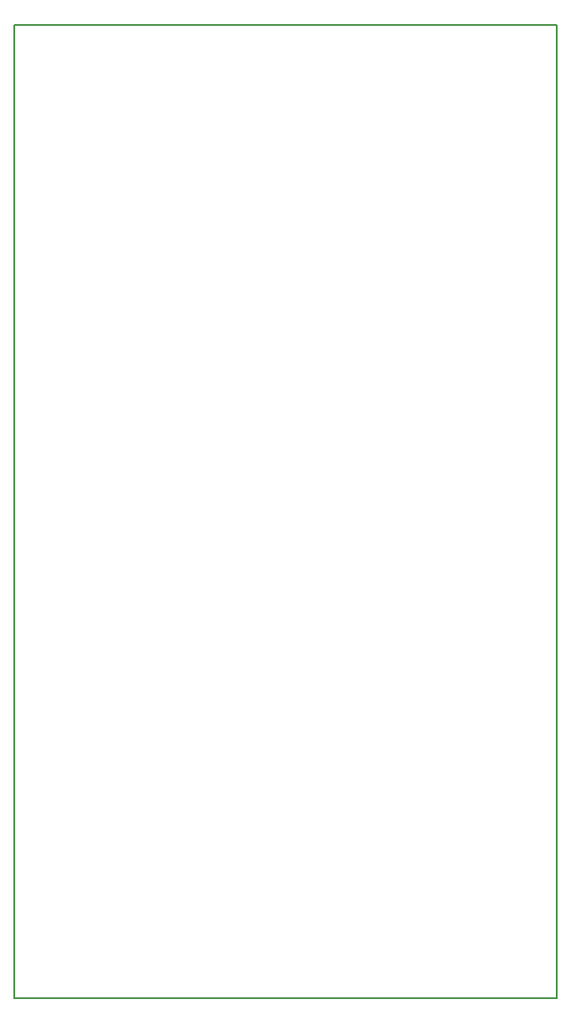
<source format=gbr>
G04 #@! TF.GenerationSoftware,KiCad,Pcbnew,(5.0.0-rc2-dev-406-g05dae9627)*
G04 #@! TF.CreationDate,2018-06-28T11:49:25+02:00*
G04 #@! TF.ProjectId,Nucleo-F746,4E75636C656F2D463734362E6B696361,rev?*
G04 #@! TF.SameCoordinates,Original*
G04 #@! TF.FileFunction,Profile,NP*
%FSLAX46Y46*%
G04 Gerber Fmt 4.6, Leading zero omitted, Abs format (unit mm)*
G04 Created by KiCad (PCBNEW (5.0.0-rc2-dev-406-g05dae9627)) date 06/28/18 11:49:25*
%MOMM*%
%LPD*%
G01*
G04 APERTURE LIST*
%ADD10C,0.200000*%
G04 APERTURE END LIST*
D10*
X106500000Y-150000000D02*
X158000000Y-150000000D01*
X106500000Y-57500000D02*
X106500000Y-150000000D01*
X158000000Y-57500000D02*
X106500000Y-57500000D01*
X158000000Y-150000000D02*
X158000000Y-57500000D01*
M02*

</source>
